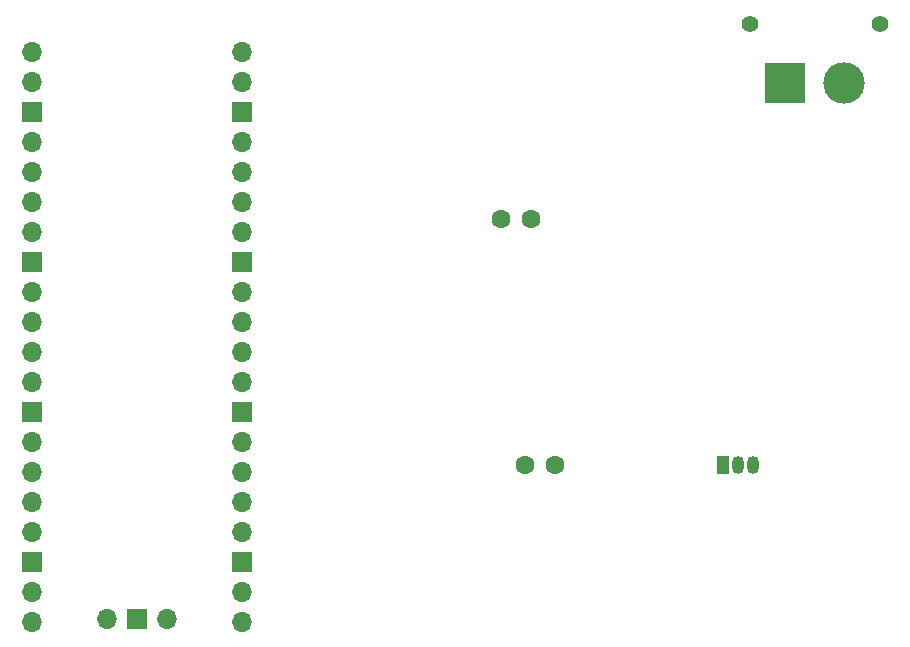
<source format=gbr>
%TF.GenerationSoftware,KiCad,Pcbnew,8.0.0*%
%TF.CreationDate,2024-03-31T23:42:56-03:00*%
%TF.ProjectId,circuito,63697263-7569-4746-9f2e-6b696361645f,rev?*%
%TF.SameCoordinates,Original*%
%TF.FileFunction,Copper,L2,Bot*%
%TF.FilePolarity,Positive*%
%FSLAX46Y46*%
G04 Gerber Fmt 4.6, Leading zero omitted, Abs format (unit mm)*
G04 Created by KiCad (PCBNEW 8.0.0) date 2024-03-31 23:42:56*
%MOMM*%
%LPD*%
G01*
G04 APERTURE LIST*
%TA.AperFunction,ComponentPad*%
%ADD10C,1.400000*%
%TD*%
%TA.AperFunction,ComponentPad*%
%ADD11R,3.500000X3.500000*%
%TD*%
%TA.AperFunction,ComponentPad*%
%ADD12C,3.500000*%
%TD*%
%TA.AperFunction,ComponentPad*%
%ADD13R,1.050000X1.500000*%
%TD*%
%TA.AperFunction,ComponentPad*%
%ADD14O,1.050000X1.500000*%
%TD*%
%TA.AperFunction,ComponentPad*%
%ADD15C,1.600000*%
%TD*%
%TA.AperFunction,ComponentPad*%
%ADD16O,1.700000X1.700000*%
%TD*%
%TA.AperFunction,ComponentPad*%
%ADD17R,1.700000X1.700000*%
%TD*%
G04 APERTURE END LIST*
D10*
%TO.P,J1,*%
%TO.N,*%
X162500000Y-47500000D03*
X173500000Y-47500000D03*
D11*
%TO.P,J1,1,Pin_1*%
%TO.N,VCC*%
X165500000Y-52500000D03*
D12*
%TO.P,J1,2,Pin_2*%
%TO.N,GND*%
X170500000Y-52500000D03*
%TD*%
D13*
%TO.P,Q1,1,C*%
%TO.N,Net-(D1-K)*%
X160230000Y-84860000D03*
D14*
%TO.P,Q1,2,B*%
%TO.N,Net-(Q1-B)*%
X161500000Y-84860000D03*
%TO.P,Q1,3,E*%
%TO.N,VCC*%
X162770000Y-84860000D03*
%TD*%
D15*
%TO.P,R1,1*%
%TO.N,Net-(D1-A)*%
X141460000Y-64000000D03*
%TO.P,R1,2*%
%TO.N,GND*%
X144000000Y-64000000D03*
%TD*%
D16*
%TO.P,U1,1,GPIO0*%
%TO.N,unconnected-(U1-GPIO0-Pad1)*%
X101685000Y-49840000D03*
%TO.P,U1,2,GPIO1*%
%TO.N,unconnected-(U1-GPIO1-Pad2)*%
X101685000Y-52380000D03*
D17*
%TO.P,U1,3,GND*%
%TO.N,unconnected-(U1-GND-Pad3)*%
X101685000Y-54920000D03*
D16*
%TO.P,U1,4,GPIO2*%
%TO.N,unconnected-(U1-GPIO2-Pad4)*%
X101685000Y-57460000D03*
%TO.P,U1,5,GPIO3*%
%TO.N,unconnected-(U1-GPIO3-Pad5)*%
X101685000Y-60000000D03*
%TO.P,U1,6,GPIO4*%
%TO.N,unconnected-(U1-GPIO4-Pad6)*%
X101685000Y-62540000D03*
%TO.P,U1,7,GPIO5*%
%TO.N,unconnected-(U1-GPIO5-Pad7)*%
X101685000Y-65080000D03*
D17*
%TO.P,U1,8,GND*%
%TO.N,unconnected-(U1-GND-Pad8)*%
X101685000Y-67620000D03*
D16*
%TO.P,U1,9,GPIO6*%
%TO.N,unconnected-(U1-GPIO6-Pad9)*%
X101685000Y-70160000D03*
%TO.P,U1,10,GPIO7*%
%TO.N,unconnected-(U1-GPIO7-Pad10)*%
X101685000Y-72700000D03*
%TO.P,U1,11,GPIO8*%
%TO.N,unconnected-(U1-GPIO8-Pad11)*%
X101685000Y-75240000D03*
%TO.P,U1,12,GPIO9*%
%TO.N,unconnected-(U1-GPIO9-Pad12)*%
X101685000Y-77780000D03*
D17*
%TO.P,U1,13,GND*%
%TO.N,unconnected-(U1-GND-Pad13)*%
X101685000Y-80320000D03*
D16*
%TO.P,U1,14,GPIO10*%
%TO.N,unconnected-(U1-GPIO10-Pad14)*%
X101685000Y-82860000D03*
%TO.P,U1,15,GPIO11*%
%TO.N,unconnected-(U1-GPIO11-Pad15)*%
X101685000Y-85400000D03*
%TO.P,U1,16,GPIO12*%
%TO.N,unconnected-(U1-GPIO12-Pad16)*%
X101685000Y-87940000D03*
%TO.P,U1,17,GPIO13*%
%TO.N,unconnected-(U1-GPIO13-Pad17)*%
X101685000Y-90480000D03*
D17*
%TO.P,U1,18,GND*%
%TO.N,unconnected-(U1-GND-Pad18)*%
X101685000Y-93020000D03*
D16*
%TO.P,U1,19,GPIO14*%
%TO.N,unconnected-(U1-GPIO14-Pad19)*%
X101685000Y-95560000D03*
%TO.P,U1,20,GPIO15*%
%TO.N,unconnected-(U1-GPIO15-Pad20)*%
X101685000Y-98100000D03*
%TO.P,U1,21,GPIO16*%
%TO.N,unconnected-(U1-GPIO16-Pad21)*%
X119465000Y-98100000D03*
%TO.P,U1,22,GPIO17*%
%TO.N,unconnected-(U1-GPIO17-Pad22)*%
X119465000Y-95560000D03*
D17*
%TO.P,U1,23,GND*%
%TO.N,unconnected-(U1-GND-Pad23)*%
X119465000Y-93020000D03*
D16*
%TO.P,U1,24,GPIO18*%
%TO.N,unconnected-(U1-GPIO18-Pad24)*%
X119465000Y-90480000D03*
%TO.P,U1,25,GPIO19*%
%TO.N,unconnected-(U1-GPIO19-Pad25)*%
X119465000Y-87940000D03*
%TO.P,U1,26,GPIO20*%
%TO.N,Net-(U1-GPIO20)*%
X119465000Y-85400000D03*
%TO.P,U1,27,GPIO21*%
%TO.N,unconnected-(U1-GPIO21-Pad27)*%
X119465000Y-82860000D03*
D17*
%TO.P,U1,28,GND*%
%TO.N,unconnected-(U1-GND-Pad28)*%
X119465000Y-80320000D03*
D16*
%TO.P,U1,29,GPIO22*%
%TO.N,unconnected-(U1-GPIO22-Pad29)*%
X119465000Y-77780000D03*
%TO.P,U1,30,RUN*%
%TO.N,unconnected-(U1-RUN-Pad30)*%
X119465000Y-75240000D03*
%TO.P,U1,31,GPIO26_ADC0*%
%TO.N,unconnected-(U1-GPIO26_ADC0-Pad31)*%
X119465000Y-72700000D03*
%TO.P,U1,32,GPIO27_ADC1*%
%TO.N,unconnected-(U1-GPIO27_ADC1-Pad32)*%
X119465000Y-70160000D03*
D17*
%TO.P,U1,33,AGND*%
%TO.N,unconnected-(U1-AGND-Pad33)*%
X119465000Y-67620000D03*
D16*
%TO.P,U1,34,GPIO28_ADC2*%
%TO.N,unconnected-(U1-GPIO28_ADC2-Pad34)*%
X119465000Y-65080000D03*
%TO.P,U1,35,ADC_VREF*%
%TO.N,unconnected-(U1-ADC_VREF-Pad35)*%
X119465000Y-62540000D03*
%TO.P,U1,36,3V3*%
%TO.N,unconnected-(U1-3V3-Pad36)*%
X119465000Y-60000000D03*
%TO.P,U1,37,3V3_EN*%
%TO.N,unconnected-(U1-3V3_EN-Pad37)*%
X119465000Y-57460000D03*
D17*
%TO.P,U1,38,GND*%
%TO.N,GND*%
X119465000Y-54920000D03*
D16*
%TO.P,U1,39,VSYS*%
%TO.N,VCC*%
X119465000Y-52380000D03*
%TO.P,U1,40,VBUS*%
%TO.N,unconnected-(U1-VBUS-Pad40)*%
X119465000Y-49840000D03*
%TO.P,U1,41,SWCLK*%
%TO.N,unconnected-(U1-SWCLK-Pad41)*%
X108035000Y-97870000D03*
D17*
%TO.P,U1,42,GND*%
%TO.N,unconnected-(U1-GND-Pad42)*%
X110575000Y-97870000D03*
D16*
%TO.P,U1,43,SWDIO*%
%TO.N,unconnected-(U1-SWDIO-Pad43)*%
X113115000Y-97870000D03*
%TD*%
D15*
%TO.P,R2,1*%
%TO.N,Net-(U1-GPIO20)*%
X143460000Y-84870000D03*
%TO.P,R2,2*%
%TO.N,Net-(Q1-B)*%
X146000000Y-84870000D03*
%TD*%
M02*

</source>
